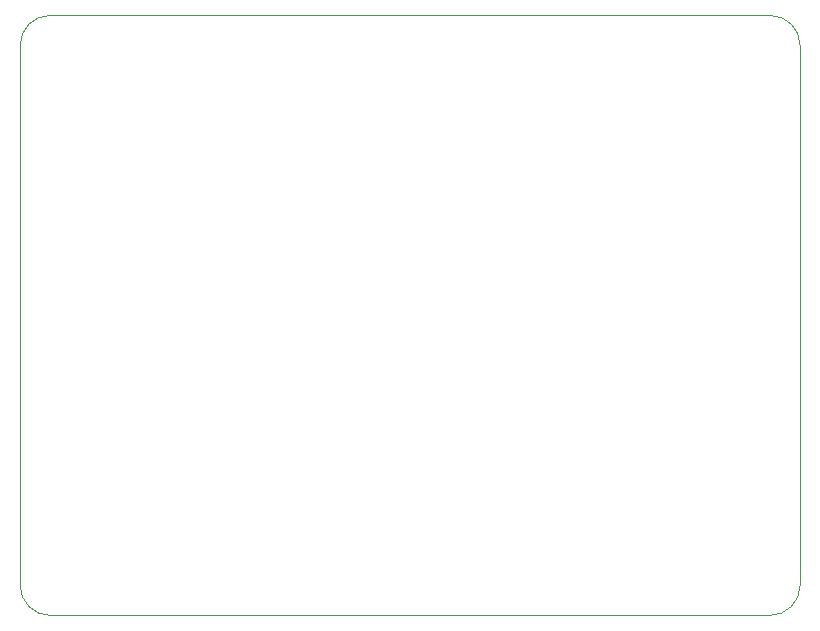
<source format=gbr>
%TF.GenerationSoftware,KiCad,Pcbnew,(6.0.7)*%
%TF.CreationDate,2023-06-21T14:43:57+08:00*%
%TF.ProjectId,Elevator_Indicator,456c6576-6174-46f7-925f-496e64696361,rev?*%
%TF.SameCoordinates,Original*%
%TF.FileFunction,Profile,NP*%
%FSLAX46Y46*%
G04 Gerber Fmt 4.6, Leading zero omitted, Abs format (unit mm)*
G04 Created by KiCad (PCBNEW (6.0.7)) date 2023-06-21 14:43:57*
%MOMM*%
%LPD*%
G01*
G04 APERTURE LIST*
%TA.AperFunction,Profile*%
%ADD10C,0.100000*%
%TD*%
G04 APERTURE END LIST*
D10*
X139700000Y-53340000D02*
X139700000Y-99060000D01*
X73660000Y-99060000D02*
G75*
G03*
X76200000Y-101600000I2540000J0D01*
G01*
X137160000Y-101600000D02*
X76200000Y-101600000D01*
X76200000Y-50800000D02*
X137160000Y-50800000D01*
X76200000Y-50800000D02*
G75*
G03*
X73660000Y-53340000I0J-2540000D01*
G01*
X137160000Y-101600000D02*
G75*
G03*
X139700000Y-99060000I0J2540000D01*
G01*
X73660000Y-99060000D02*
X73660000Y-53340000D01*
X139700000Y-53340000D02*
G75*
G03*
X137160000Y-50800000I-2540000J0D01*
G01*
M02*

</source>
